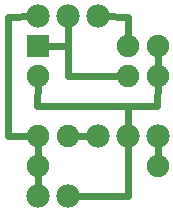
<source format=gbl>
G04 MADE WITH FRITZING*
G04 WWW.FRITZING.ORG*
G04 DOUBLE SIDED*
G04 HOLES PLATED*
G04 CONTOUR ON CENTER OF CONTOUR VECTOR*
%ASAXBY*%
%FSLAX23Y23*%
%MOIN*%
%OFA0B0*%
%SFA1.0B1.0*%
%ADD10C,0.075000*%
%ADD11C,0.078000*%
%ADD12R,0.075000X0.075000*%
%ADD13C,0.024000*%
%LNCOPPER0*%
G90*
G70*
G54D10*
X560Y475D03*
X460Y475D03*
X460Y575D03*
X560Y575D03*
X160Y575D03*
X160Y475D03*
X160Y275D03*
X260Y275D03*
X160Y175D03*
X560Y175D03*
G54D11*
X560Y275D03*
X460Y275D03*
X360Y275D03*
X160Y75D03*
X260Y75D03*
X360Y675D03*
X260Y675D03*
X160Y675D03*
G54D12*
X160Y575D03*
G54D13*
X60Y674D02*
X141Y675D01*
D02*
X60Y275D02*
X60Y674D01*
D02*
X142Y275D02*
X60Y275D01*
D02*
X260Y575D02*
X177Y575D01*
D02*
X260Y656D02*
X260Y575D01*
D02*
X460Y674D02*
X460Y592D01*
D02*
X379Y675D02*
X460Y674D01*
D02*
X460Y375D02*
X159Y375D01*
D02*
X159Y375D02*
X160Y457D01*
D02*
X260Y475D02*
X442Y475D01*
D02*
X260Y575D02*
X260Y475D01*
D02*
X560Y492D02*
X560Y557D01*
D02*
X559Y375D02*
X560Y457D01*
D02*
X460Y375D02*
X559Y375D01*
D02*
X460Y294D02*
X460Y375D01*
D02*
X460Y75D02*
X279Y75D01*
D02*
X460Y256D02*
X460Y75D01*
D02*
X560Y256D02*
X560Y192D01*
D02*
X160Y257D02*
X160Y192D01*
D02*
X160Y157D02*
X160Y94D01*
D02*
X277Y275D02*
X341Y275D01*
G04 End of Copper0*
M02*
</source>
